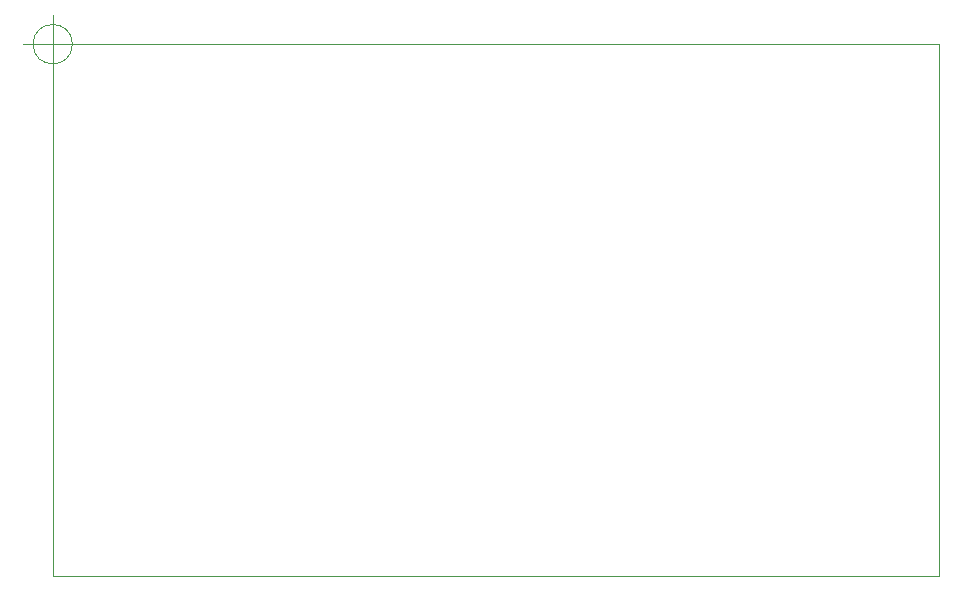
<source format=gm1>
G04 #@! TF.GenerationSoftware,KiCad,Pcbnew,(5.1.10)-1*
G04 #@! TF.CreationDate,2022-12-18T22:04:33+09:00*
G04 #@! TF.ProjectId,MD,4d442e6b-6963-4616-945f-706362585858,rev?*
G04 #@! TF.SameCoordinates,PX2faf080PY2625a00*
G04 #@! TF.FileFunction,Profile,NP*
%FSLAX46Y46*%
G04 Gerber Fmt 4.6, Leading zero omitted, Abs format (unit mm)*
G04 Created by KiCad (PCBNEW (5.1.10)-1) date 2022-12-18 22:04:33*
%MOMM*%
%LPD*%
G01*
G04 APERTURE LIST*
G04 #@! TA.AperFunction,Profile*
%ADD10C,0.050000*%
G04 #@! TD*
G04 APERTURE END LIST*
D10*
X75000000Y0D02*
X0Y0D01*
X75000000Y-45000000D02*
X75000000Y0D01*
X0Y-45000000D02*
X75000000Y-45000000D01*
X0Y0D02*
X0Y-45000000D01*
X1666666Y0D02*
G75*
G03*
X1666666Y0I-1666666J0D01*
G01*
X-2500000Y0D02*
X2500000Y0D01*
X0Y2500000D02*
X0Y-2500000D01*
M02*

</source>
